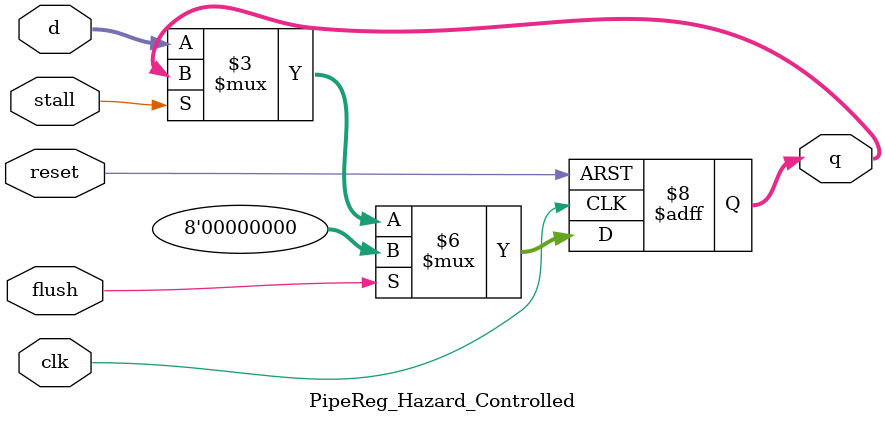
<source format=v>
`timescale 1ns / 1ps


module PipeReg_Hazard_Controlled #(parameter WIDTH=8)(
    input clk, reset,
    input flush, stall,
    input [(WIDTH-1):0] d,
	
    output reg [(WIDTH-1):0] q
    );
    
    always @(posedge clk or posedge reset) begin   
        if (reset) q <= 0; 
        else if (flush) q <= 0;
        else if (~stall) q <= d;  
    end  
endmodule
</source>
